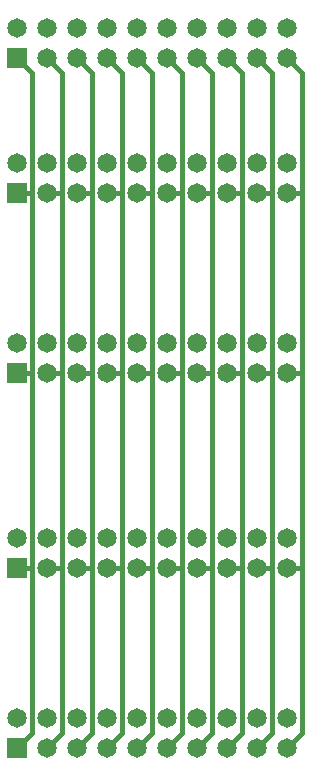
<source format=gbl>
G04 Output by ViewMate Deluxe V11.0.9  PentaLogix LLC*
G04 Tue Dec 09 15:41:15 2014*
%FSLAX33Y33*%
%MOMM*%
%IPPOS*%
%ADD10R,1.651X1.651*%
%ADD11C,1.651*%
%ADD12C,0.4064*%

%LPD*%
X0Y0D2*D12*G1X20638Y7874D2*X19368Y6604D1*X25718Y7874D2*X24448Y6604D1*X30798Y7874D2*X29528Y6604D1*X35878Y7874D2*X34608Y6604D1*X39688Y6604D2*X40958Y7874D1*X40958Y21844*X43498Y21844D2*X43498Y38354D1*X42228Y38354D2*X43498Y38354D1*X43498Y53594*X42228Y53594D2*X43498Y53594D1*X43498Y63754*X42228Y65024*X39688Y65024D2*X40958Y63754D1*X40958Y53594*X39688Y53594D2*X40958Y53594D1*X40958Y38354*X39688Y38354D2*X40958Y38354D1*X40958Y21844*X35878Y7874D2*X35878Y21844D1*X37148Y6604D2*X38418Y7874D1*X38418Y21844*X38418Y38354*X37148Y38354D2*X38418Y38354D1*X38418Y53594*X37148Y53594D2*X38418Y53594D1*X38418Y63754*X37148Y65024*X34608Y65024D2*X35878Y63754D1*X35878Y53594*X34608Y53594D2*X35878Y53594D1*X35878Y38354*X34608Y38354D2*X35878Y38354D1*X35878Y21844*X30798Y7874D2*X30798Y21844D1*X32068Y6604D2*X33338Y7874D1*X33338Y21844*X33338Y38354*X32068Y38354D2*X33338Y38354D1*X33338Y53594*X32068Y53594D2*X33338Y53594D1*X33338Y63754*X32068Y65024*X29528Y65024D2*X30798Y63754D1*X30798Y53594*X29528Y53594D2*X30798Y53594D1*X30798Y38354*X29528Y38354D2*X30798Y38354D1*X30798Y21844*X25718Y7874D2*X25718Y21844D1*X26988Y6604D2*X28258Y7874D1*X28258Y21844*X28258Y38354*X26988Y38354D2*X28258Y38354D1*X28258Y53594*X26988Y53594D2*X28258Y53594D1*X28258Y63754*X26988Y65024*X24448Y65024D2*X25718Y63754D1*X25718Y53594*X24448Y53594D2*X25718Y53594D1*X25718Y38354*X24448Y38354D2*X25718Y38354D1*X25718Y21844*X20638Y7874D2*X20638Y21844D1*X21908Y6604D2*X23178Y7874D1*X23178Y21844*X23178Y38354*X21908Y38354D2*X23178Y38354D1*X23178Y53594*X21908Y53594D2*X23178Y53594D1*X23178Y63754*X21908Y65024*X19368Y65024D2*X20638Y63754D1*X20638Y53594*X19368Y53594D2*X20638Y53594D1*X20638Y38354*X19368Y38354D2*X20638Y38354D1*X20638Y21844*X19368Y21844*X23178Y21844D2*X21908Y21844D1*X25718Y21844D2*X24448Y21844D1*X28258Y21844D2*X26988Y21844D1*X30798Y21844D2*X29528Y21844D1*X33338Y21844D2*X32068Y21844D1*X35878Y21844D2*X34608Y21844D1*X38418Y21844D2*X37148Y21844D1*X40958Y21844D2*X39688Y21844D1*X42228Y21844D2*X43498Y21844D1*X43498Y7874*X42228Y6604*D10*X19368Y65024D3*X19368Y53594D3*X19368Y38354D3*X19368Y21844D3*X19368Y6604D3*D11*X42228Y6604D3*X42228Y9144D3*X39688Y9144D3*X39688Y6604D3*X37148Y6604D3*X37148Y9144D3*X34608Y9144D3*X34608Y6604D3*X32068Y6604D3*X32068Y9144D3*X29528Y9144D3*X29528Y6604D3*X26988Y6604D3*X26988Y9144D3*X24448Y9144D3*X24448Y6604D3*X21908Y6604D3*X21908Y9144D3*X19368Y9144D3*X19368Y24384D3*X21908Y21844D3*X21908Y24384D3*X24448Y24384D3*X24448Y21844D3*X26988Y21844D3*X26988Y24384D3*X29528Y24384D3*X29528Y21844D3*X32068Y21844D3*X32068Y24384D3*X34608Y24384D3*X34608Y21844D3*X37148Y21844D3*X37148Y24384D3*X39688Y24384D3*X39688Y21844D3*X42228Y21844D3*X42228Y24384D3*X42228Y38354D3*X42228Y40894D3*X39688Y40894D3*X39688Y38354D3*X37148Y38354D3*X37148Y40894D3*X34608Y40894D3*X34608Y38354D3*X32068Y38354D3*X32068Y40894D3*X29528Y40894D3*X29528Y38354D3*X26988Y38354D3*X26988Y40894D3*X24448Y40894D3*X24448Y38354D3*X21908Y38354D3*X21908Y40894D3*X19368Y40894D3*X19368Y56134D3*X21908Y53594D3*X21908Y56134D3*X24448Y56134D3*X24448Y53594D3*X26988Y53594D3*X26988Y56134D3*X29528Y56134D3*X29528Y53594D3*X32068Y53594D3*X32068Y56134D3*X34608Y56134D3*X34608Y53594D3*X37148Y53594D3*X37148Y56134D3*X39688Y56134D3*X39688Y53594D3*X42228Y53594D3*X42228Y56134D3*X42228Y65024D3*X42228Y67564D3*X39688Y67564D3*X39688Y65024D3*X37148Y65024D3*X37148Y67564D3*X34608Y67564D3*X34608Y65024D3*X32068Y65024D3*X32068Y67564D3*X29528Y67564D3*X29528Y65024D3*X26988Y65024D3*X26988Y67564D3*X24448Y67564D3*X24448Y65024D3*X21908Y65024D3*X21908Y67564D3*X19368Y67564D3*X0Y0D2*M02*
</source>
